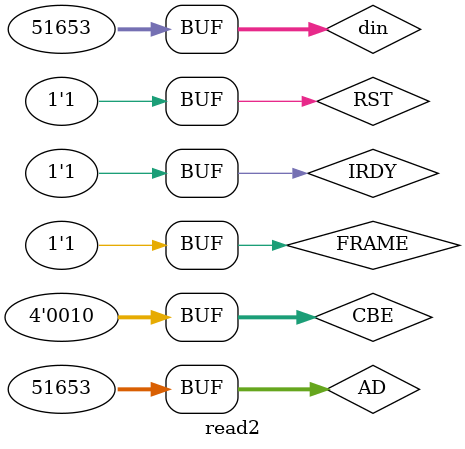
<source format=v>
`timescale 1ns / 1ps


module read2;

	//inout
	wire [31:0] AD;
	assign AD = (IRDY == 1 || cbuffer != 4'b0010 ) ? din:32'bz;


	// Inputs
	reg [3:0] CBE;
	reg FRAME;
	wire TRDY;
	reg IRDY;
	wire DEVSEL;
	reg RST;
	wire CLK;
	reg [31:0] din;	//for write in AD
	
	//SAVE THE COMMAND
	reg [3:0] cbuffer;
	always@(negedge IRDY)
		begin
			cbuffer = CBE;
		end	
		

	// Instantiate the Unit Under Test (UUT)
	PCI_Slave uut (
		.AD(AD),
		.CBE(CBE), 
		.FRAME(FRAME),
		.TRDY(TRDY), 
		.IRDY(IRDY),
		.DEVSEL(DEVSEL),
		.CLK(CLK), 
		.RST(RST)
		/*
		.test(test),
		.i(i)
		*/
	);

	initial begin
		//READ
		RST = 1;
		#50
		RST = 0;
		#50
		RST = 1;
		CBE = 0;
		FRAME = 1;
		IRDY = 1'b1;
		din = 51653;
		#100
		CBE = 4'b0010;
		FRAME = 0;
		IRDY = 1'b1;
		din = 51653;
		#100
		IRDY = 1'b0;
		#300
		FRAME = 1;
		#100
		IRDY = 1'b1;
	end
	
	

endmodule


</source>
